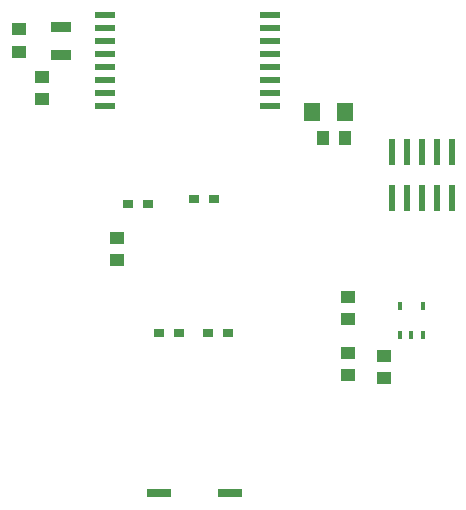
<source format=gbr>
G04 DipTrace 3.2.0.1*
G04 TopPaste.gbr*
%MOIN*%
G04 #@! TF.FileFunction,Paste,Top*
G04 #@! TF.Part,Single*
%ADD40R,0.055118X0.062992*%
%ADD42R,0.014173X0.025591*%
%ADD44R,0.043307X0.051181*%
%ADD46R,0.066929X0.035433*%
%ADD48R,0.022047X0.086614*%
%ADD50R,0.082126X0.031496*%
%ADD52R,0.070866X0.019685*%
%ADD56R,0.035433X0.031496*%
%ADD58R,0.051181X0.043307*%
%FSLAX26Y26*%
G04*
G70*
G90*
G75*
G01*
G04 TopPaste*
%LPD*%
D58*
X1221654Y1278740D3*
Y1353543D3*
D56*
X1545669Y1483071D3*
X1478740D3*
X1525984Y1037402D3*
X1592913D3*
X1429528D3*
X1362598D3*
X1326772Y1466535D3*
X1259843D3*
D52*
X1733465Y1792520D3*
Y1835827D3*
Y1879134D3*
Y1922441D3*
Y1965748D3*
Y2009055D3*
Y2052362D3*
Y2095669D3*
X1182283Y1792520D3*
Y1835827D3*
Y1879134D3*
Y1922441D3*
Y1965748D3*
Y2009055D3*
Y2052362D3*
Y2095669D3*
D58*
X2112205Y959449D3*
Y884646D3*
X1992913Y895669D3*
Y970472D3*
D50*
X1362598Y502362D3*
X1598819D3*
D58*
X1991732Y1081496D3*
Y1156299D3*
D48*
X2237008Y1485433D3*
X2287008D3*
X2337008D3*
X2187008D3*
X2137008D3*
X2237008Y1638976D3*
X2287008D3*
X2337008D3*
X2187008D3*
X2137008D3*
D46*
X1033858Y2056299D3*
Y1961811D3*
D58*
X894488Y1973622D3*
Y2048425D3*
X971260Y1816142D3*
Y1890945D3*
D44*
X1907480Y1687008D3*
X1982283D3*
D42*
X2203543Y1030709D3*
X2240945D3*
X2166142D3*
X2240945Y1127165D3*
X2166142D3*
D40*
X1873228Y1772047D3*
X1983465D3*
M02*

</source>
